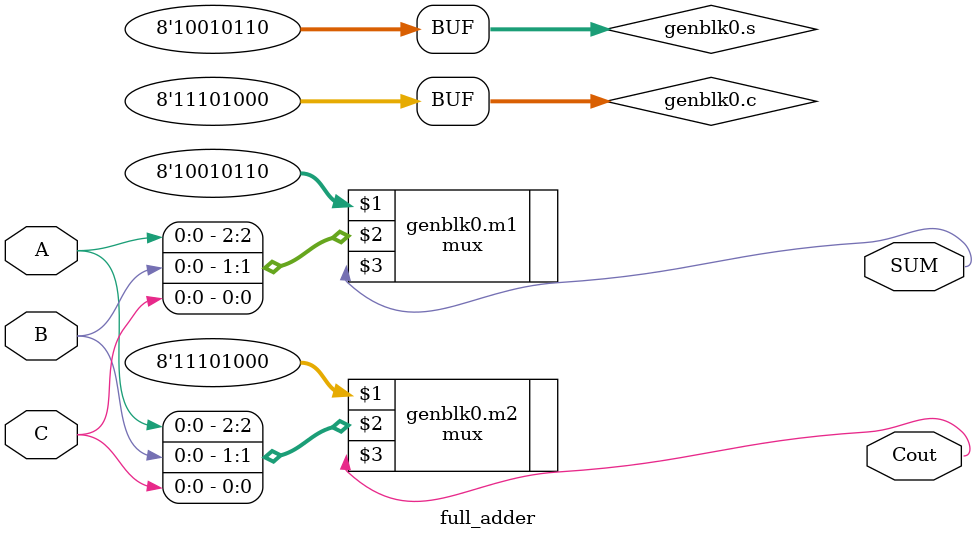
<source format=v>
`timescale 1ns / 1ps
module full_adder(
    input A,
    input B,
    input C,
    output SUM,
    output Cout
    );
	 begin
wire [7:0] s;
assign s=150;
mux m1(s,{A,B,C},SUM);
end 
begin
wire [7:0] c;
assign c=232;
mux m2(c,{A,B,C},Cout);
end
endmodule

</source>
